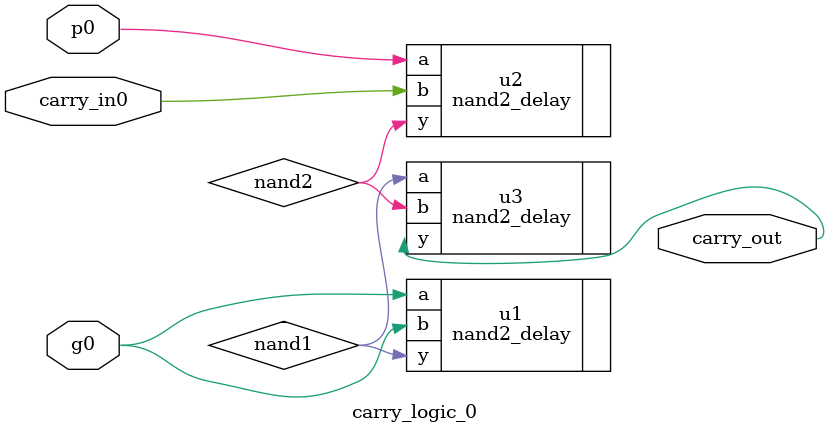
<source format=sv>
module carry_logic_0 (
    input  logic p0,
    input  logic g0,
    input  logic carry_in0,
    output logic carry_out
);

  logic nand1, nand2;

  nand2_delay u1 (
    .a(g0),
    .b(g0),
    .y(nand1)
  );
  
  nand2_delay u2 (
    .a(p0),
    .b(carry_in0),
    .y(nand2)
  );
  
  nand2_delay u3 (
    .a(nand1),
    .b(nand2),
    .y(carry_out)
  );

endmodule

</source>
